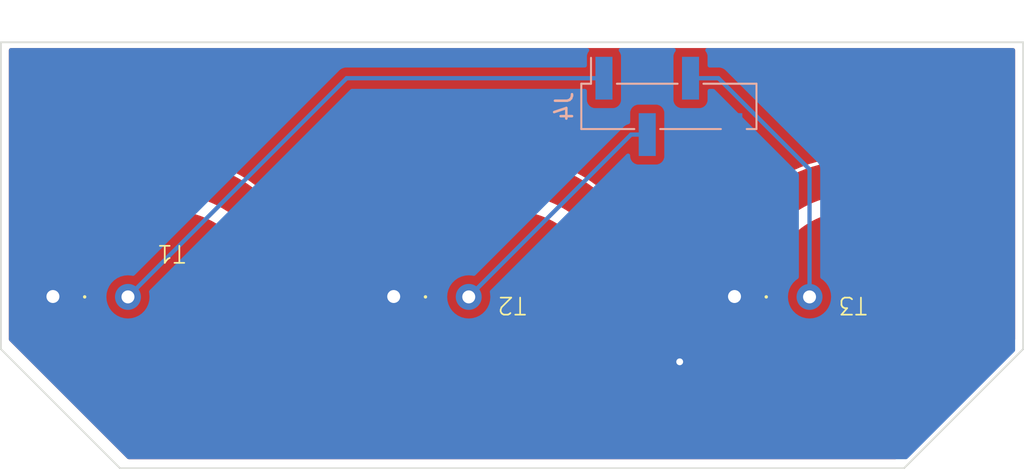
<source format=kicad_pcb>
(kicad_pcb (version 20221018) (generator pcbnew)
  (title_block (comment 4 "AISLER Project ID: SGCQPNMD"))
  (layers (0 "F.Cu" signal) (31 "B.Cu" signal) (34 "B.Paste" user) (35 "F.Paste" user) (36 "B.SilkS" user "B.Silkscreen") (37 "F.SilkS" user "F.Silkscreen") (38 "B.Mask" user) (39 "F.Mask" user) (44 "Edge.Cuts" user))
  (net 0 "")
  (net 1 "Net-(J4-Pin_1)")
  (net 2 "Net-(J4-Pin_2)")
  (net 3 "Net-(J4-Pin_3)")
  (net 4 "Guard")
  (footprint "Library:Capacitive_touch_round_12" (layer "F.Cu") (at 31.12 147.32 180)
    (fp_text reference "T1" (at 0 2.54 180 unlocked) (layer "F.SilkS") (effects (font (thickness 0.1))))
    (fp_text value "~")
    (fp_circle (center 0 0) (end 5 0) (stroke (width 0.1)) (fill solid) (layer "F.Cu"))
    (fp_circle (center 0 0) (end 7 0) (stroke (width 2)) (fill none) (layer "F.Cu"))
    (fp_circle (center 5.08 0) (end 5.08 0) (stroke (width 0.1)) (fill none) (layer "F.SilkS"))
    (pad "1" thru_hole circle (at 2.54 0 180) (size 1.524 1.524) (drill 0.762) (layers "*.Cu") (net 1 "Net-(J4-Pin_1)"))
    (pad "2" thru_hole circle (at 6.943825 0.022019 180) (size 1.524 1.524) (drill 0.762) (layers "*.Cu") (net 4 "Guard"))
  )
  (footprint "Library:Capacitive_touch_round_12" (layer "F.Cu") (at 51.12 147.32 180)
    (fp_text reference "T2" (at 0 -0.5 180 unlocked) (layer "F.SilkS") (effects (font (thickness 0.1))))
    (fp_text value "~")
    (fp_circle (center 0 0) (end 5 0) (stroke (width 0.1)) (fill solid) (layer "F.Cu"))
    (fp_circle (center 0 0) (end 7 0) (stroke (width 2)) (fill none) (layer "F.Cu"))
    (fp_circle (center 5.08 0) (end 5.08 0) (stroke (width 0.1)) (fill none) (layer "F.SilkS"))
    (pad "1" thru_hole circle (at 2.54 0 180) (size 1.524 1.524) (drill 0.762) (layers "*.Cu") (net 2 "Net-(J4-Pin_2)"))
    (pad "2" thru_hole circle (at 6.943825 0.022019 180) (size 1.524 1.524) (drill 0.762) (layers "*.Cu") (net 4 "Guard"))
  )
  (footprint "Library:Capacitive_touch_round_12" (layer "F.Cu") (at 71.12 147.32 180)
    (fp_text reference "T3" (at 0 -0.5 180 unlocked) (layer "F.SilkS") (effects (font (thickness 0.1))))
    (fp_text value "~")
    (fp_circle (center 0 0) (end 5 0) (stroke (width 0.1)) (fill solid) (layer "F.Cu"))
    (fp_circle (center 0 0) (end 7 0) (stroke (width 2)) (fill none) (layer "F.Cu"))
    (fp_circle (center 5.08 0) (end 5.08 0) (stroke (width 0.1)) (fill none) (layer "F.SilkS"))
    (pad "1" thru_hole circle (at 2.54 0 180) (size 1.524 1.524) (drill 0.762) (layers "*.Cu") (net 3 "Net-(J4-Pin_3)"))
    (pad "2" thru_hole circle (at 6.943825 0.022019 180) (size 1.524 1.524) (drill 0.762) (layers "*.Cu") (net 4 "Guard"))
  )
  (footprint "Connector_PinHeader_2.54mm:PinHeader_1x04_P2.54mm_Vertical_SMD_Pin1Left" (layer "B.Cu") (at 60.325 136.14 -90)
    (fp_text reference "J4" (at 0 6.14 90) (layer "B.SilkS") (effects (justify mirror)))
    (fp_text value "Conn_01x04_Pin")
    (fp_line (start -1.33 -5.14) (end 1.33 -5.14) (stroke (width 0.12)) (layer "B.SilkS"))
    (fp_line (start -1.33 -2.03) (end -1.33 -5.14) (stroke (width 0.12)) (layer "B.SilkS"))
    (fp_line (start -1.33 3.05) (end -1.33 -0.51) (stroke (width 0.12)) (layer "B.SilkS"))
    (fp_line (start -1.33 4.57) (end -2.85 4.57) (stroke (width 0.12)) (layer "B.SilkS"))
    (fp_line (start -1.33 5.14) (end -1.33 4.57) (stroke (width 0.12)) (layer "B.SilkS"))
    (fp_line (start -1.33 5.14) (end 1.33 5.14) (stroke (width 0.12)) (layer "B.SilkS"))
    (fp_line (start 1.33 -4.57) (end 1.33 -5.14) (stroke (width 0.12)) (layer "B.SilkS"))
    (fp_line (start 1.33 0.51) (end 1.33 -3.05) (stroke (width 0.12)) (layer "B.SilkS"))
    (fp_line (start 1.33 5.14) (end 1.33 2.03) (stroke (width 0.12)) (layer "B.SilkS"))
    (pad "1" smd rect (at -1.655 3.81 270) (size 2.51 1) (layers "B.Cu" "B.Paste" "B.Mask") (net 1 "Net-(J4-Pin_1)"))
    (pad "2" smd rect (at 1.655 1.27 270) (size 2.51 1) (layers "B.Cu" "B.Paste" "B.Mask") (net 2 "Net-(J4-Pin_2)"))
    (pad "3" smd rect (at -1.655 -1.27 270) (size 2.51 1) (layers "B.Cu" "B.Paste" "B.Mask") (net 3 "Net-(J4-Pin_3)"))
    (pad "4" smd rect (at 1.655 -3.81 270) (size 2.51 1) (layers "B.Cu" "B.Paste" "B.Mask") (net 4 "Guard"))
  )
  (gr_line (start 21.12 150.38) (end 28.12 157.38) (stroke (width 0.1)) (layer "Edge.Cuts"))
  (gr_line (start 21.12 150.38) (end 21.12 132.38) (stroke (width 0.1)) (layer "Edge.Cuts"))
  (gr_line (start 21.12 132.38) (end 81.12 132.38) (stroke (width 0.1)) (layer "Edge.Cuts"))
  (gr_line (start 81.12 132.38) (end 81.12 150.38) (stroke (width 0.1)) (layer "Edge.Cuts"))
  (gr_line (start 74.12 157.38) (end 28.12 157.38) (stroke (width 0.1)) (layer "Edge.Cuts"))
  (gr_line (start 74.12 157.38) (end 81.12 150.38) (stroke (width 0.1)) (layer "Edge.Cuts"))
  (segment (start 56.515 134.485) (end 41.415 134.485) (width 0.25) (layer "B.Cu") (net 1))
  (segment (start 41.415 134.485) (end 28.58 147.32) (width 0.25) (layer "B.Cu") (net 1))
  (segment (start 59.055 137.795) (end 58.105 137.795) (width 0.25) (layer "B.Cu") (net 2))
  (segment (start 58.105 137.795) (end 48.58 147.32) (width 0.25) (layer "B.Cu") (net 2))
  (segment (start 61.595 134.485) (end 63.23 134.485) (width 0.25) (layer "B.Cu") (net 3))
  (segment (start 63.23 134.485) (end 68.58 139.835) (width 0.25) (layer "B.Cu") (net 3))
  (segment (start 68.58 139.835) (end 68.58 147.32) (width 0.25) (layer "B.Cu") (net 3))
  (segment (start 22.86 143.799032) (end 28.229032 138.43) (width 0.25) (layer "F.Cu") (net 4))
  (segment (start 55.88 156.21) (end 44.45 156.21) (width 0.25) (layer "F.Cu") (net 4))
  (segment (start 41.983351 145.976649) (end 42.785872 146.77917) (width 0.25) (layer "F.Cu") (net 4))
  (segment (start 28.229032 138.43) (end 30.48 138.43) (width 0.25) (layer "F.Cu") (net 4))
  (segment (start 22.86 146.05) (end 22.785872 146.124128) (width 0.25) (layer "F.Cu") (net 4))
  (segment (start 42.785872 146.77917) (end 43.559054 145.994204) (width 0.25) (layer "F.Cu") (net 4))
  (segment (start 34.436702 138.43) (end 41.983351 145.976649) (width 0.25) (layer "F.Cu") (net 4))
  (segment (start 62.785872 149.304128) (end 62.785872 146.77917) (width 0.25) (layer "F.Cu") (net 4))
  (segment (start 62.785872 146.77917) (end 63.559054 145.994204) (width 0.25) (layer "F.Cu") (net 4))
  (segment (start 30.48 138.43) (end 34.436702 138.43) (width 0.25) (layer "F.Cu") (net 4))
  (segment (start 60.96 151.13) (end 55.88 156.21) (width 0.25) (layer "F.Cu") (net 4))
  (segment (start 42.917674 145.849676) (end 42.916134 145.856838) (width 0.25) (layer "F.Cu") (net 4))
  (segment (start 41.983351 145.976649) (end 42.335872 146.32917) (width 0.25) (layer "F.Cu") (net 4))
  (segment (start 44.45 156.21) (end 42.785872 154.545872) (width 0.25) (layer "F.Cu") (net 4))
  (segment (start 23.559054 148.645796) (end 22.785872 147.872614) (width 0.25) (layer "F.Cu") (net 4))
  (segment (start 42.785872 154.545872) (end 42.785872 146.77917) (width 0.25) (layer "F.Cu") (net 4))
  (segment (start 42.785872 146.77917) (end 42.917674 146.647368) (width 0.25) (layer "F.Cu") (net 4))
  (segment (start 22.785872 147.872614) (end 22.785872 146.124128) (width 0.25) (layer "F.Cu") (net 4))
  (segment (start 60.96 151.13) (end 62.785872 149.304128) (width 0.25) (layer "F.Cu") (net 4))
  (segment (start 22.86 146.05) (end 22.86 143.799032) (width 0.25) (layer "F.Cu") (net 4))
  (via (at 60.96 151.13) (size 0.8) (drill 0.4) (layers "F.Cu" "B.Cu") (net 4))
  (segment (start 64.176175 147.297981) (end 64.176175 137.836175) (width 0.25) (layer "B.Cu") (net 4))
  (segment (start 60.96 151.13) (end 60.96 150.514156) (width 0.25) (layer "B.Cu") (net 4))
  (segment (start 64.176175 137.836175) (end 64.135 137.795) (width 0.25) (layer "B.Cu") (net 4))
  (segment (start 60.96 150.514156) (end 64.176175 147.297981) (width 0.25) (layer "B.Cu") (net 4))
  (zone (net 4) (net_name "Guard") (layers "F&B.Cu") (name "Guard") (connect_pads yes (clearance 0)) (min_thickness 0.25) (fill yes (thermal_gap 0.5) (thermal_bridge_width 0.5))
    (polygon (pts (xy 21.59 132.715) (xy 21.59 149.86) (xy 28.575 156.845) (xy 73.66 156.845) (xy 80.645 149.86) (xy 80.645 132.715)))
  )
  (zone (net 4) (net_name "Guard") (layer "B.Cu") (name "Guard") (priority 1) (connect_pads yes (clearance 0.5)) (min_thickness 0.25) (fill yes (thermal_gap 0.5) (thermal_bridge_width 0.5))
    (polygon (pts (xy 80.645 132.715) (xy 80.645 150.495) (xy 74.295 156.845) (xy 28.575 156.845) (xy 21.59 149.86) (xy 21.59 132.715) (xy 77.47 132.715)))
  )
)
</source>
